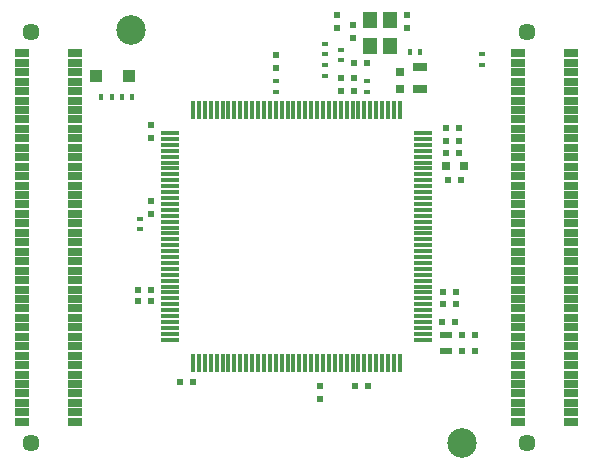
<source format=gbs>
G04 #@! TF.GenerationSoftware,KiCad,Pcbnew,(2017-02-19 revision a416f3a4e)-master*
G04 #@! TF.CreationDate,2017-03-09T22:42:25-08:00*
G04 #@! TF.ProjectId,Flight Computer,466C6967687420436F6D70757465722E,rev?*
G04 #@! TF.FileFunction,Soldermask,Bot*
G04 #@! TF.FilePolarity,Negative*
%FSLAX46Y46*%
G04 Gerber Fmt 4.6, Leading zero omitted, Abs format (unit mm)*
G04 Created by KiCad (PCBNEW (2017-02-19 revision a416f3a4e)-master) date 03/09/17 22:42:25*
%MOMM*%
%LPD*%
G01*
G04 APERTURE LIST*
%ADD10C,0.150000*%
%ADD11R,0.600000X0.400000*%
%ADD12R,0.600000X0.500000*%
%ADD13R,0.500000X0.600000*%
%ADD14R,0.400000X0.600000*%
%ADD15C,2.500000*%
%ADD16R,0.800000X0.750000*%
%ADD17R,0.750000X0.800000*%
%ADD18R,1.300000X0.700000*%
%ADD19R,1.200000X1.400000*%
%ADD20R,1.100000X0.600000*%
%ADD21R,1.100000X1.100000*%
%ADD22C,1.450000*%
%ADD23R,0.300000X1.550000*%
%ADD24R,1.550000X0.300000*%
G04 APERTURE END LIST*
D10*
D11*
X61750000Y-103500000D03*
X61750000Y-104400000D03*
D12*
X87650000Y-95800000D03*
X88750000Y-95800000D03*
D13*
X78400526Y-86249723D03*
X78400526Y-87349723D03*
D12*
X87850000Y-100250000D03*
X88950000Y-100250000D03*
D14*
X58450526Y-93199723D03*
X59350526Y-93199723D03*
X60200526Y-93199723D03*
X61100526Y-93199723D03*
D15*
X89000526Y-122499723D03*
X61000526Y-87499723D03*
D12*
X88750000Y-96900000D03*
X87650000Y-96900000D03*
X87650000Y-97900000D03*
X88750000Y-97900000D03*
X88500000Y-109750000D03*
X87400000Y-109750000D03*
D13*
X78750000Y-91550000D03*
X78750000Y-92650000D03*
X62650000Y-103100000D03*
X62650000Y-102000000D03*
D12*
X61550000Y-110500000D03*
X62650000Y-110500000D03*
X65150000Y-117350000D03*
X66250000Y-117350000D03*
X88500000Y-110750000D03*
X87400000Y-110750000D03*
D13*
X62650000Y-95550000D03*
X62650000Y-96650000D03*
D12*
X61550000Y-109500000D03*
X62650000Y-109500000D03*
X88450000Y-112250000D03*
X87350000Y-112250000D03*
D13*
X73250000Y-89650000D03*
X73250000Y-90750000D03*
X77000526Y-118800000D03*
X77000526Y-117700000D03*
X79850000Y-92650000D03*
X79850000Y-91550000D03*
D12*
X79950000Y-117650000D03*
X81050000Y-117650000D03*
D16*
X87650000Y-99000000D03*
X89150000Y-99000000D03*
D17*
X83750000Y-92550000D03*
X83750000Y-91050000D03*
D11*
X73250000Y-92750000D03*
X73250000Y-91850000D03*
X81000000Y-92750000D03*
X81000000Y-91850000D03*
D18*
X85500000Y-90650000D03*
X85500000Y-92550000D03*
D14*
X85500000Y-89350000D03*
X84600000Y-89350000D03*
D19*
X82950000Y-88850000D03*
X82950000Y-86650000D03*
X81250000Y-86650000D03*
X81250000Y-88850000D03*
D13*
X84400000Y-86250000D03*
X84400000Y-87350000D03*
X79800000Y-88199723D03*
X79800000Y-87099723D03*
D12*
X89008772Y-114714876D03*
X90108772Y-114714876D03*
X89008772Y-113314876D03*
X90108772Y-113314876D03*
D20*
X87658337Y-114739800D03*
X87658337Y-113339800D03*
D12*
X81000000Y-90300000D03*
X79900000Y-90300000D03*
D11*
X78750000Y-89200000D03*
X78750000Y-90100000D03*
X77400526Y-90499723D03*
X77400526Y-91399723D03*
X77400526Y-89599723D03*
X77400526Y-88699723D03*
D21*
X58000526Y-91399723D03*
X60800526Y-91399723D03*
D18*
X98250435Y-89500076D03*
X93750435Y-89500076D03*
X98250435Y-90300076D03*
X93750435Y-90300076D03*
X98250435Y-91100076D03*
X93750435Y-91100076D03*
X98250435Y-91900076D03*
X93750435Y-91900076D03*
X98250435Y-92700076D03*
X93750435Y-92700076D03*
X98250435Y-93500076D03*
X93750435Y-93500076D03*
X98250435Y-94300076D03*
X93750435Y-94300076D03*
X98250435Y-95100076D03*
X93750435Y-95100076D03*
X98250435Y-95900076D03*
X93750435Y-95900076D03*
X98250435Y-96700076D03*
X93750435Y-96700076D03*
X98250435Y-97500076D03*
X93750435Y-97500076D03*
X98250435Y-98300076D03*
X93750435Y-98300076D03*
X98250435Y-99100076D03*
X93750435Y-99100076D03*
X98250435Y-99900076D03*
X93750435Y-99900076D03*
X98250435Y-100700076D03*
X93750435Y-100700076D03*
X98250435Y-101500076D03*
X93750435Y-101500076D03*
X98250435Y-102300076D03*
X93750435Y-102300076D03*
X98250435Y-103100076D03*
X93750435Y-103100076D03*
X98250435Y-103900076D03*
X93750435Y-103900076D03*
X98250435Y-104700076D03*
X93750435Y-104700076D03*
X98250435Y-105500076D03*
X93750435Y-105500076D03*
X98250435Y-106300076D03*
X93750435Y-106300076D03*
X98250435Y-107100076D03*
X93750435Y-107100076D03*
X98250435Y-107900076D03*
X93750435Y-107900076D03*
X98250435Y-108700076D03*
X93750435Y-108700076D03*
X98250435Y-109500076D03*
X93750435Y-109500076D03*
X98250435Y-110300076D03*
X93750435Y-110300076D03*
X98250435Y-111100076D03*
X93750435Y-111100076D03*
X98250435Y-111900076D03*
X93750435Y-111900076D03*
X98250435Y-112700076D03*
X93750435Y-112700076D03*
X98250435Y-113500076D03*
X93750435Y-113500076D03*
X98250435Y-114300076D03*
X93750435Y-114300076D03*
X98250435Y-115100076D03*
X93750435Y-115100076D03*
X98250435Y-115900076D03*
X93750435Y-115900076D03*
X98250435Y-116700076D03*
X93750435Y-116700076D03*
X98250435Y-117500076D03*
X93750435Y-117500076D03*
X98250435Y-118300076D03*
X93750435Y-118300076D03*
X98250435Y-119100076D03*
X93750435Y-119100076D03*
X98250435Y-119900076D03*
X93750435Y-119900076D03*
X98250435Y-120700076D03*
X93750435Y-120700076D03*
D22*
X94500435Y-87700076D03*
X94500435Y-122500076D03*
D18*
X56250435Y-89500076D03*
X51750435Y-89500076D03*
X56250435Y-90300076D03*
X51750435Y-90300076D03*
X56250435Y-91100076D03*
X51750435Y-91100076D03*
X56250435Y-91900076D03*
X51750435Y-91900076D03*
X56250435Y-92700076D03*
X51750435Y-92700076D03*
X56250435Y-93500076D03*
X51750435Y-93500076D03*
X56250435Y-94300076D03*
X51750435Y-94300076D03*
X56250435Y-95100076D03*
X51750435Y-95100076D03*
X56250435Y-95900076D03*
X51750435Y-95900076D03*
X56250435Y-96700076D03*
X51750435Y-96700076D03*
X56250435Y-97500076D03*
X51750435Y-97500076D03*
X56250435Y-98300076D03*
X51750435Y-98300076D03*
X56250435Y-99100076D03*
X51750435Y-99100076D03*
X56250435Y-99900076D03*
X51750435Y-99900076D03*
X56250435Y-100700076D03*
X51750435Y-100700076D03*
X56250435Y-101500076D03*
X51750435Y-101500076D03*
X56250435Y-102300076D03*
X51750435Y-102300076D03*
X56250435Y-103100076D03*
X51750435Y-103100076D03*
X56250435Y-103900076D03*
X51750435Y-103900076D03*
X56250435Y-104700076D03*
X51750435Y-104700076D03*
X56250435Y-105500076D03*
X51750435Y-105500076D03*
X56250435Y-106300076D03*
X51750435Y-106300076D03*
X56250435Y-107100076D03*
X51750435Y-107100076D03*
X56250435Y-107900076D03*
X51750435Y-107900076D03*
X56250435Y-108700076D03*
X51750435Y-108700076D03*
X56250435Y-109500076D03*
X51750435Y-109500076D03*
X56250435Y-110300076D03*
X51750435Y-110300076D03*
X56250435Y-111100076D03*
X51750435Y-111100076D03*
X56250435Y-111900076D03*
X51750435Y-111900076D03*
X56250435Y-112700076D03*
X51750435Y-112700076D03*
X56250435Y-113500076D03*
X51750435Y-113500076D03*
X56250435Y-114300076D03*
X51750435Y-114300076D03*
X56250435Y-115100076D03*
X51750435Y-115100076D03*
X56250435Y-115900076D03*
X51750435Y-115900076D03*
X56250435Y-116700076D03*
X51750435Y-116700076D03*
X56250435Y-117500076D03*
X51750435Y-117500076D03*
X56250435Y-118300076D03*
X51750435Y-118300076D03*
X56250435Y-119100076D03*
X51750435Y-119100076D03*
X56250435Y-119900076D03*
X51750435Y-119900076D03*
X56250435Y-120700076D03*
X51750435Y-120700076D03*
D22*
X52500435Y-87700076D03*
X52500435Y-122500076D03*
D23*
X83750435Y-94300076D03*
X83250435Y-94300076D03*
X82750435Y-94300076D03*
X82250435Y-94300076D03*
X81750435Y-94300076D03*
X81250435Y-94300076D03*
X80750435Y-94300076D03*
X80250435Y-94300076D03*
X79750435Y-94300076D03*
X79250435Y-94300076D03*
X78750435Y-94300076D03*
X78250435Y-94300076D03*
X77750435Y-94300076D03*
X77250435Y-94300076D03*
X76750435Y-94300076D03*
X76250435Y-94300076D03*
X75750435Y-94300076D03*
X75250435Y-94300076D03*
X74750435Y-94300076D03*
X74250435Y-94300076D03*
X73750435Y-94300076D03*
X73250435Y-94300076D03*
X72750435Y-94300076D03*
X72250435Y-94300076D03*
X71750435Y-94300076D03*
X71250435Y-94300076D03*
X70750435Y-94300076D03*
X70250435Y-94300076D03*
X69750435Y-94300076D03*
X69250435Y-94300076D03*
X68750435Y-94300076D03*
X68250435Y-94300076D03*
X67750435Y-94300076D03*
X67250435Y-94300076D03*
X66750435Y-94300076D03*
X66250435Y-94300076D03*
D24*
X64300435Y-96250076D03*
X64300435Y-96750076D03*
X64300435Y-97250076D03*
X64300435Y-97750076D03*
X64300435Y-98250076D03*
X64300435Y-98750076D03*
X64300435Y-99250076D03*
X64300435Y-99750076D03*
X64300435Y-100250076D03*
X64300435Y-100750076D03*
X64300435Y-101250076D03*
X64300435Y-101750076D03*
X64300435Y-102250076D03*
X64300435Y-102750076D03*
X64300435Y-103250076D03*
X64300435Y-103750076D03*
X64300435Y-104250076D03*
X64300435Y-104750076D03*
X64300435Y-105250076D03*
X64300435Y-105750076D03*
X64300435Y-106250076D03*
X64300435Y-106750076D03*
X64300435Y-107250076D03*
X64300435Y-107750076D03*
X64300435Y-108250076D03*
X64300435Y-108750076D03*
X64300435Y-109250076D03*
X64300435Y-109750076D03*
X64300435Y-110250076D03*
X64300435Y-110750076D03*
X64300435Y-111250076D03*
X64300435Y-111750076D03*
X64300435Y-112250076D03*
X64300435Y-112750076D03*
X64300435Y-113250076D03*
X64300435Y-113750076D03*
D23*
X66250435Y-115700076D03*
X66750435Y-115700076D03*
X67250435Y-115700076D03*
X67750435Y-115700076D03*
X68250435Y-115700076D03*
X68750435Y-115700076D03*
X69250435Y-115700076D03*
X69750435Y-115700076D03*
X70250435Y-115700076D03*
X70750435Y-115700076D03*
X71250435Y-115700076D03*
X71750435Y-115700076D03*
X72250435Y-115700076D03*
X72750435Y-115700076D03*
X73250435Y-115700076D03*
X73750435Y-115700076D03*
X74250435Y-115700076D03*
X74750435Y-115700076D03*
X75250435Y-115700076D03*
X75750435Y-115700076D03*
X76250435Y-115700076D03*
X76750435Y-115700076D03*
X77250435Y-115700076D03*
X77750435Y-115700076D03*
X78250435Y-115700076D03*
X78750435Y-115700076D03*
X79250435Y-115700076D03*
X79750435Y-115700076D03*
X80250435Y-115700076D03*
X80750435Y-115700076D03*
X81250435Y-115700076D03*
X81750435Y-115700076D03*
X82250435Y-115700076D03*
X82750435Y-115700076D03*
X83250435Y-115700076D03*
X83750435Y-115700076D03*
D24*
X85700435Y-113750076D03*
X85700435Y-113250076D03*
X85700435Y-112750076D03*
X85700435Y-112250076D03*
X85700435Y-111750076D03*
X85700435Y-111250076D03*
X85700435Y-110750076D03*
X85700435Y-110250076D03*
X85700435Y-109750076D03*
X85700435Y-109250076D03*
X85700435Y-108750076D03*
X85700435Y-108250076D03*
X85700435Y-107750076D03*
X85700435Y-107250076D03*
X85700435Y-106750076D03*
X85700435Y-106250076D03*
X85700435Y-105750076D03*
X85700435Y-105250076D03*
X85700435Y-104750076D03*
X85700435Y-104250076D03*
X85700435Y-103750076D03*
X85700435Y-103250076D03*
X85700435Y-102750076D03*
X85700435Y-102250076D03*
X85700435Y-101750076D03*
X85700435Y-101250076D03*
X85700435Y-100750076D03*
X85700435Y-100250076D03*
X85700435Y-99750076D03*
X85700435Y-99250076D03*
X85700435Y-98750076D03*
X85700435Y-98250076D03*
X85700435Y-97750076D03*
X85700435Y-97250076D03*
X85700435Y-96750076D03*
X85700435Y-96250076D03*
D11*
X90700526Y-89549723D03*
X90700526Y-90449723D03*
M02*

</source>
